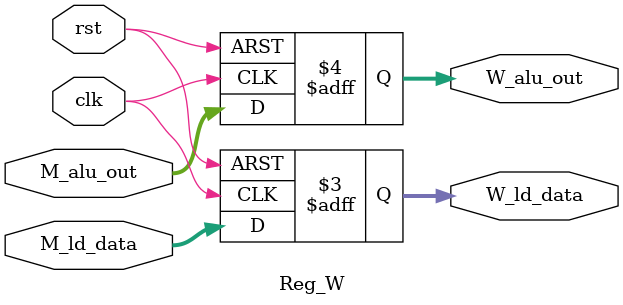
<source format=v>
module Reg_W(
    input clk,
    input rst,
    input [31:0] M_alu_out,
    input [31:0] M_ld_data,
    output reg [31:0] W_alu_out,
    output reg [31:0] W_ld_data
);
    //W_alu_out
    always @(posedge clk, posedge rst)begin
        if(rst)begin
            W_alu_out <= 32'd0;
        end
        else begin
            W_alu_out <= M_alu_out;
        end
    end

    //W_ld_data
    always @(posedge clk, posedge rst)begin
        if(rst)begin
            W_ld_data <= 32'd0;
        end
        else begin
            W_ld_data <= M_ld_data;
        end
    end
endmodule
</source>
